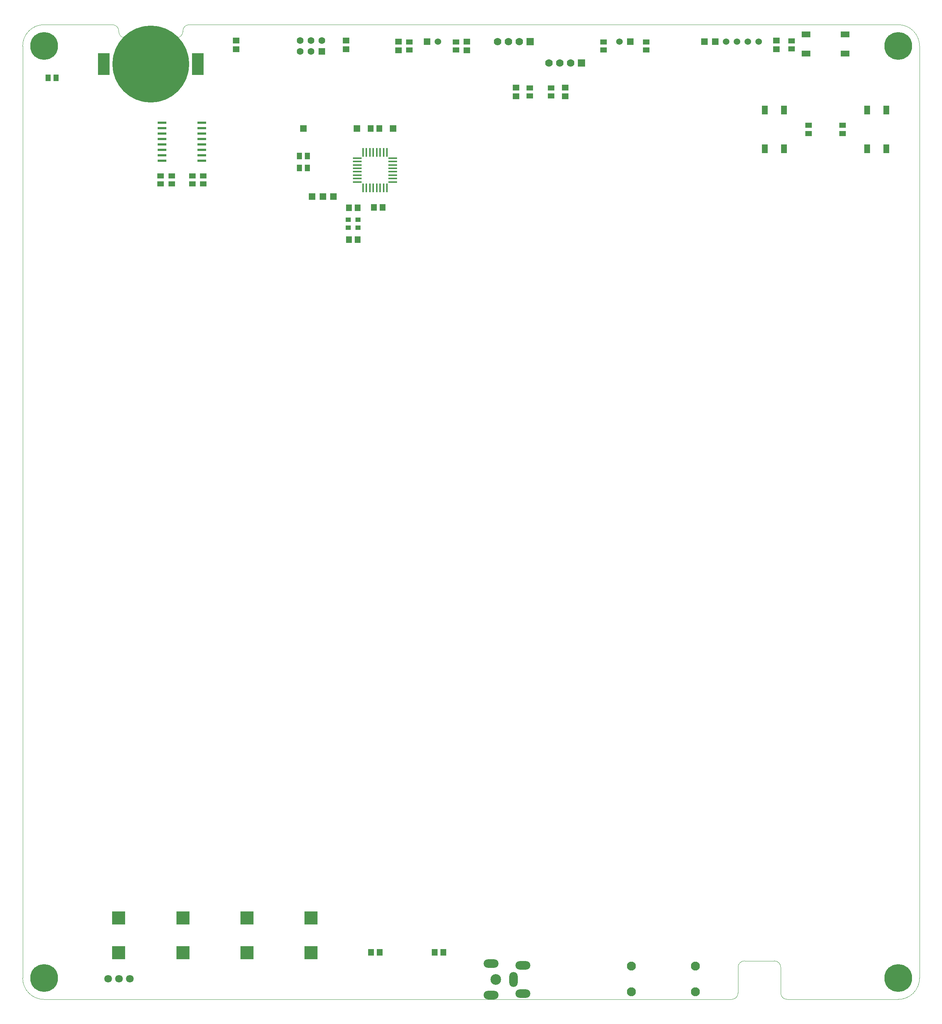
<source format=gbs>
%FSLAX46Y46*%
G04 Gerber Fmt 4.6, Leading zero omitted, Abs format (unit mm)*
G04 Created by KiCad (PCBNEW (2014-09-25 BZR 5147)-product) date Monday 20 October 2014 05:54:54 PM IST*
%MOMM*%
G01*
G04 APERTURE LIST*
%ADD10C,0.150000*%
%ADD11C,0.100000*%
%ADD12R,1.300480X1.498600*%
%ADD13C,6.500000*%
%ADD14R,1.524000X1.524000*%
%ADD15O,2.000000X3.500000*%
%ADD16O,3.500000X2.000000*%
%ADD17C,2.500000*%
%ADD18C,2.100000*%
%ADD19R,1.998980X0.599440*%
%ADD20R,1.498600X1.300480*%
%ADD21R,1.300480X1.049020*%
%ADD22R,0.449580X1.998980*%
%ADD23R,1.998980X0.449580*%
%ADD24R,1.600000X1.600000*%
%ADD25C,1.600000*%
%ADD26C,1.524000*%
%ADD27R,3.048000X3.048000*%
%ADD28R,1.550000X1.350000*%
%ADD29R,1.350000X1.550000*%
%ADD30C,1.778000*%
%ADD31R,1.778000X1.778000*%
%ADD32R,2.800000X5.100000*%
%ADD33C,18.000000*%
%ADD34R,1.400000X2.100000*%
%ADD35R,2.100000X1.400000*%
%ADD36C,1.800000*%
G04 APERTURE END LIST*
D10*
D11*
X220000000Y-269000000D02*
X59000000Y-269000000D01*
X233000000Y-269000000D02*
X259000000Y-269000000D01*
X231500000Y-261500000D02*
X231500000Y-267500000D01*
X221500000Y-267500000D02*
X221500000Y-261500000D01*
X231500000Y-267500000D02*
G75*
G03X233000000Y-269000000I1500000J0D01*
G74*
G01*
X220000000Y-269000000D02*
G75*
G03X221500000Y-267500000I0J1500000D01*
G74*
G01*
X231500000Y-261500000D02*
G75*
G03X230000000Y-260000000I-1500000J0D01*
G74*
G01*
X223000000Y-260000000D02*
G75*
G03X221500000Y-261500000I0J-1500000D01*
G74*
G01*
X264000000Y-46000000D02*
X264000000Y-264000000D01*
X93000000Y-41000000D02*
X259000000Y-41000000D01*
X75000000Y-41000000D02*
X59000000Y-41000000D01*
X76500000Y-42500000D02*
X76500000Y-42600000D01*
X76500000Y-42500000D02*
G75*
G03X75000000Y-41000000I-1500000J0D01*
G74*
G01*
X91500000Y-42500000D02*
X91500000Y-42600000D01*
X93000000Y-41000000D02*
G75*
G03X91500000Y-42500000I0J-1500000D01*
G74*
G01*
X90000000Y-44100000D02*
G75*
G03X91500000Y-42600000I0J1500000D01*
G74*
G01*
X76500000Y-42600000D02*
G75*
G03X78000000Y-44100000I1500000J0D01*
G74*
G01*
X84000000Y-44100000D02*
X90000000Y-44100000D01*
X84000000Y-44100000D02*
X78000000Y-44100000D01*
X54000000Y-264000000D02*
X54000000Y-46000000D01*
X259000000Y-269000000D02*
G75*
G03X264000000Y-264000000I0J5000000D01*
G74*
G01*
X264000000Y-46000000D02*
G75*
G03X259000000Y-41000000I-5000000J0D01*
G74*
G01*
X59000000Y-41000000D02*
G75*
G03X54000000Y-46000000I0J-5000000D01*
G74*
G01*
X54000000Y-264000000D02*
G75*
G03X59000000Y-269000000I5000000J0D01*
G74*
G01*
X230000000Y-260000000D02*
X223000000Y-260000000D01*
D12*
X61852500Y-53400000D03*
X59947500Y-53400000D03*
D13*
X259000000Y-264000000D03*
X59000000Y-264000000D03*
X259000000Y-46000000D03*
X59000000Y-46000000D03*
D14*
X121800000Y-81200000D03*
X124300000Y-81200000D03*
X126800000Y-81200000D03*
X140750000Y-65250000D03*
X132250000Y-65250000D03*
D15*
X168900000Y-264300000D03*
D16*
X171100000Y-261000000D03*
X171100000Y-267600000D03*
X163700000Y-260600000D03*
X163700000Y-268000000D03*
D17*
X164800000Y-264300000D03*
D18*
X211500000Y-261200000D03*
X211500000Y-267200000D03*
X196500000Y-261200000D03*
X196500000Y-267200000D03*
D19*
X86649260Y-72845000D03*
X86649260Y-71575000D03*
X86649260Y-70305000D03*
X86649260Y-69035000D03*
X86649260Y-67765000D03*
X86649260Y-66495000D03*
X86649260Y-65225000D03*
X86649260Y-63955000D03*
X95950740Y-63955000D03*
X95950740Y-65225000D03*
X95950740Y-66495000D03*
X95950740Y-67765000D03*
X95950740Y-69035000D03*
X95950740Y-70305000D03*
X95950740Y-71575000D03*
X95950740Y-72845000D03*
D20*
X86300000Y-78252500D03*
X86300000Y-76347500D03*
X88900000Y-78252500D03*
X88900000Y-76347500D03*
X93700000Y-78252500D03*
X93700000Y-76347500D03*
D21*
X132543000Y-88502500D03*
X130257000Y-86597500D03*
X132543000Y-86597500D03*
X130257000Y-88502500D03*
D22*
X133700920Y-79150360D03*
X134501020Y-79150360D03*
X135301120Y-79150360D03*
X136101220Y-79150360D03*
X136898780Y-79150360D03*
X137698880Y-79150360D03*
X138498980Y-79150360D03*
X139299080Y-79150360D03*
X139299080Y-70849640D03*
X133700920Y-70849640D03*
X134501020Y-70849640D03*
X135301120Y-70849640D03*
X136101220Y-70849640D03*
X136898780Y-70849640D03*
X137698880Y-70849640D03*
X138498980Y-70849640D03*
D23*
X140650360Y-77799080D03*
X140650360Y-76998980D03*
X140650360Y-76198880D03*
X140650360Y-75398780D03*
X140650360Y-74601220D03*
X140650360Y-73801120D03*
X140650360Y-73001020D03*
X140650360Y-72200920D03*
X132349640Y-77799080D03*
X132349640Y-76998980D03*
X132349640Y-76198880D03*
X132349640Y-75398780D03*
X132349640Y-74601220D03*
X132349640Y-73801120D03*
X132349640Y-73001020D03*
X132349640Y-72200920D03*
D24*
X124040000Y-47270000D03*
D25*
X124040000Y-44730000D03*
X121500000Y-47270000D03*
X121500000Y-44730000D03*
X118960000Y-47270000D03*
X118960000Y-44730000D03*
D20*
X144500000Y-45047500D03*
X144500000Y-46952500D03*
D14*
X148730000Y-45000000D03*
D26*
X151270000Y-45000000D03*
D20*
X155500000Y-46952500D03*
X155500000Y-45047500D03*
X190000000Y-45047500D03*
X190000000Y-46952500D03*
D14*
X196270000Y-45000000D03*
D26*
X193730000Y-45000000D03*
D20*
X200000000Y-45047500D03*
X200000000Y-46952500D03*
X234000000Y-46702500D03*
X234000000Y-44797500D03*
X96300000Y-78252500D03*
X96300000Y-76347500D03*
D27*
X76500000Y-258064000D03*
X76500000Y-249936000D03*
X121500000Y-258064000D03*
X121500000Y-249936000D03*
X106500000Y-258064000D03*
X106500000Y-249936000D03*
X91500000Y-258064000D03*
X91500000Y-249936000D03*
D28*
X230500000Y-44750000D03*
X230500000Y-46750000D03*
X158000000Y-45000000D03*
X158000000Y-47000000D03*
X142000000Y-45000000D03*
X142000000Y-47000000D03*
X129750000Y-46750000D03*
X129750000Y-44750000D03*
X104000000Y-46750000D03*
X104000000Y-44750000D03*
D29*
X135500000Y-65250000D03*
X137500000Y-65250000D03*
X136250000Y-83750000D03*
X138250000Y-83750000D03*
X132400000Y-83800000D03*
X130400000Y-83800000D03*
X132400000Y-91250000D03*
X130400000Y-91250000D03*
X135600000Y-258000000D03*
X137600000Y-258000000D03*
D14*
X213650000Y-45000000D03*
X216190000Y-45000000D03*
D26*
X218730000Y-45000000D03*
X221270000Y-45000000D03*
X223810000Y-45000000D03*
X226350000Y-45000000D03*
D28*
X181000000Y-55750000D03*
X181000000Y-57750000D03*
X169500000Y-55750000D03*
X169500000Y-57750000D03*
D20*
X177750000Y-55797500D03*
X177750000Y-57702500D03*
X172750000Y-57702500D03*
X172750000Y-55797500D03*
D30*
X165190000Y-45000000D03*
X167730000Y-45000000D03*
X170270000Y-45000000D03*
D31*
X172810000Y-45000000D03*
D30*
X177190000Y-50000000D03*
X179730000Y-50000000D03*
X182270000Y-50000000D03*
D31*
X184810000Y-50000000D03*
D32*
X95000000Y-50200000D03*
X73000000Y-50200000D03*
D33*
X84000000Y-50200000D03*
D20*
X238000000Y-66452500D03*
X238000000Y-64547500D03*
X246000000Y-66452500D03*
X246000000Y-64547500D03*
D12*
X118797500Y-74500000D03*
X120702500Y-74500000D03*
X118797500Y-71750000D03*
X120702500Y-71750000D03*
D34*
X256250000Y-60950000D03*
X256250000Y-70050000D03*
X251750000Y-70050000D03*
X251750000Y-60950000D03*
X227750000Y-70050000D03*
X227750000Y-60950000D03*
X232250000Y-60950000D03*
X232250000Y-70050000D03*
D35*
X237450000Y-43250000D03*
X246550000Y-43250000D03*
X246550000Y-47750000D03*
X237450000Y-47750000D03*
D14*
X119750000Y-65250000D03*
D29*
X150500000Y-258000000D03*
X152500000Y-258000000D03*
D36*
X79121000Y-264160000D03*
X76581000Y-264160000D03*
X74041000Y-264160000D03*
M02*

</source>
